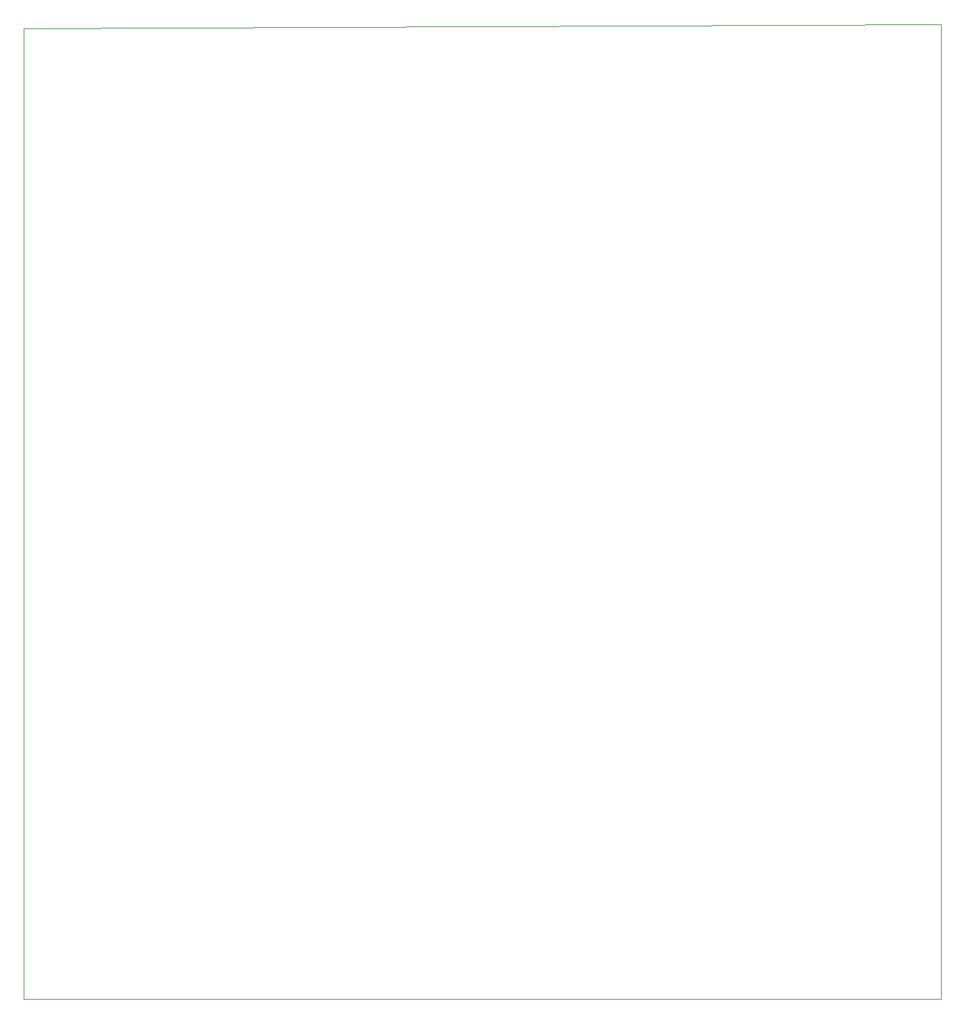
<source format=gbr>
%TF.GenerationSoftware,KiCad,Pcbnew,(6.0.1)*%
%TF.CreationDate,2022-10-25T11:35:38-03:00*%
%TF.ProjectId,Circuito esquem_tico,43697263-7569-4746-9f20-65737175656d,rev?*%
%TF.SameCoordinates,Original*%
%TF.FileFunction,Profile,NP*%
%FSLAX46Y46*%
G04 Gerber Fmt 4.6, Leading zero omitted, Abs format (unit mm)*
G04 Created by KiCad (PCBNEW (6.0.1)) date 2022-10-25 11:35:38*
%MOMM*%
%LPD*%
G01*
G04 APERTURE LIST*
%TA.AperFunction,Profile*%
%ADD10C,0.100000*%
%TD*%
G04 APERTURE END LIST*
D10*
X193040000Y-30988000D02*
X78232000Y-31496000D01*
X193040000Y-152908000D02*
X193040000Y-30988000D01*
X78232000Y-152908000D02*
X193040000Y-152908000D01*
X78232000Y-31496000D02*
X78232000Y-152908000D01*
M02*

</source>
